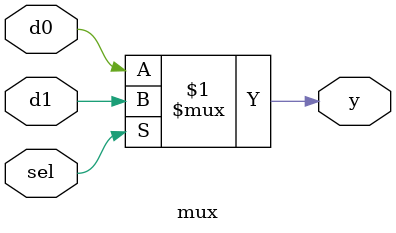
<source format=v>
`timescale 1ns / 1ps

module mux(
		input d0,d1,sel,
		output y
);

assign y=(sel)?d1:d0;

endmodule

</source>
